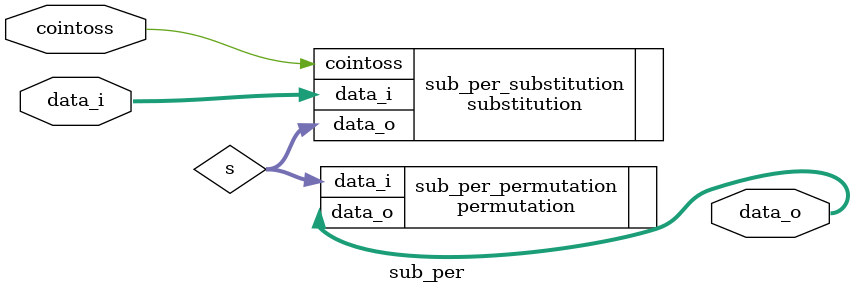
<source format=v>

module sub_per(data_o,data_i, cointoss); // this module cascades the substitution and permutation layers of the cipher and builds a 
                               // single entity containing both of them

//- Module IOs ----------------------------------------------------------------

output wire[63:0] data_o;
input  wire[63:0] data_i;              
input  wire       cointoss;

//- Variables, Registers and Parameters ---------------------------------------

wire [63:0] s; // intermediate signal

//- Instantiations ------------------------------------------------------------

substitution sub_per_substitution(.data_o(s)   ,.data_i(data_i), .cointoss(cointoss)); // input of the S-Box is data_i
permutation  sub_per_permutation (.data_o(data_o),.data_i(s)); // output os Permutation layer is data_o

//-----------------------------------------------------------------------------
endmodule

</source>
